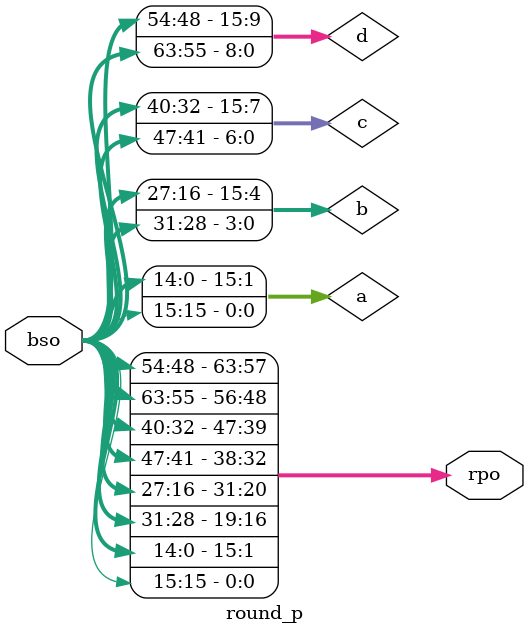
<source format=v>
module round_p (bso, rpo);
input [63:0] bso;
output [63:0] rpo;
wire [15:0] a,b,c,d;

assign d ={bso[54:48],bso[63:55]};
assign c ={bso[40:32],bso[47:41]};
assign b ={bso[27:16],bso[31:28]};
assign a ={bso[14:0],bso[15]};

assign rpo = {d, c, b, a};

endmodule
</source>
